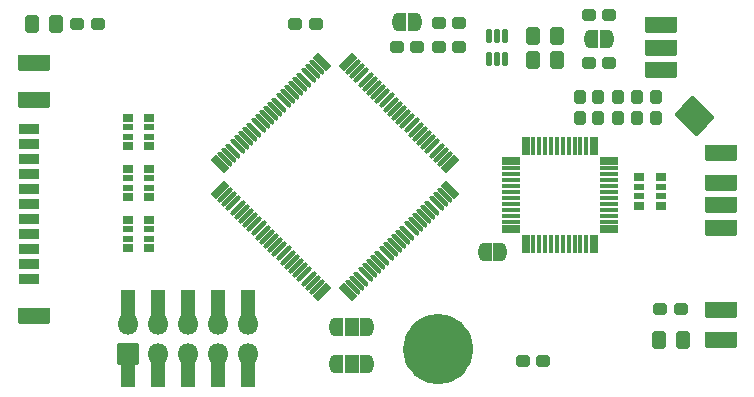
<source format=gbr>
G04 #@! TF.GenerationSoftware,KiCad,Pcbnew,(6.0.4)*
G04 #@! TF.CreationDate,2022-07-13T22:26:53+02:00*
G04 #@! TF.ProjectId,n64rgbv2.1,6e363472-6762-4763-922e-312e6b696361,rev?*
G04 #@! TF.SameCoordinates,Original*
G04 #@! TF.FileFunction,Soldermask,Top*
G04 #@! TF.FilePolarity,Negative*
%FSLAX46Y46*%
G04 Gerber Fmt 4.6, Leading zero omitted, Abs format (unit mm)*
G04 Created by KiCad (PCBNEW (6.0.4)) date 2022-07-13 22:26:53*
%MOMM*%
%LPD*%
G01*
G04 APERTURE LIST*
G04 Aperture macros list*
%AMRoundRect*
0 Rectangle with rounded corners*
0 $1 Rounding radius*
0 $2 $3 $4 $5 $6 $7 $8 $9 X,Y pos of 4 corners*
0 Add a 4 corners polygon primitive as box body*
4,1,4,$2,$3,$4,$5,$6,$7,$8,$9,$2,$3,0*
0 Add four circle primitives for the rounded corners*
1,1,$1+$1,$2,$3*
1,1,$1+$1,$4,$5*
1,1,$1+$1,$6,$7*
1,1,$1+$1,$8,$9*
0 Add four rect primitives between the rounded corners*
20,1,$1+$1,$2,$3,$4,$5,0*
20,1,$1+$1,$4,$5,$6,$7,0*
20,1,$1+$1,$6,$7,$8,$9,0*
20,1,$1+$1,$8,$9,$2,$3,0*%
%AMFreePoly0*
4,1,37,0.586062,0.786062,0.601000,0.750000,0.601000,-0.750000,0.586062,-0.786062,0.550000,-0.801000,0.000000,-0.801000,-0.012525,-0.795812,-0.080875,-0.794559,-0.095149,-0.792248,-0.230464,-0.749973,-0.243516,-0.743747,-0.361526,-0.665192,-0.372306,-0.655554,-0.463526,-0.547035,-0.471167,-0.534759,-0.528262,-0.405000,-0.532150,-0.391073,-0.549733,-0.256613,-0.548336,-0.256430,-0.551000,-0.250000,
-0.551000,0.250000,-0.550512,0.251179,-0.550356,0.263956,-0.528545,0.404033,-0.524317,0.417860,-0.464069,0.546185,-0.456130,0.558271,-0.362286,0.664529,-0.351274,0.673901,-0.231379,0.749549,-0.218180,0.755454,-0.081873,0.794411,-0.067546,0.796373,-0.011990,0.796033,0.000000,0.801000,0.550000,0.801000,0.586062,0.786062,0.586062,0.786062,$1*%
%AMFreePoly1*
4,1,37,0.012349,0.795885,0.074216,0.795507,0.088518,0.793370,0.224339,0.752751,0.237465,0.746685,0.356427,0.669578,0.367324,0.660073,0.459862,0.552676,0.467652,0.540494,0.526329,0.411442,0.530388,0.397563,0.550485,0.257230,0.551000,0.250000,0.551000,-0.250000,0.550996,-0.250622,0.550847,-0.262838,0.550144,-0.270677,0.526624,-0.410478,0.522228,-0.424254,0.460416,-0.551833,
0.452330,-0.563821,0.357195,-0.668925,0.346069,-0.678161,0.225259,-0.752338,0.211989,-0.758081,0.075216,-0.795370,0.060866,-0.797157,0.011464,-0.796251,0.000000,-0.801000,-0.550000,-0.801000,-0.586062,-0.786062,-0.601000,-0.750000,-0.601000,0.750000,-0.586062,0.786062,-0.550000,0.801000,0.000000,0.801000,0.012349,0.795885,0.012349,0.795885,$1*%
%AMFreePoly2*
4,1,37,0.536062,0.786062,0.551000,0.750000,0.551000,-0.750000,0.536062,-0.786062,0.500000,-0.801000,0.000000,-0.801000,-0.012525,-0.795812,-0.080875,-0.794559,-0.095149,-0.792248,-0.230464,-0.749973,-0.243516,-0.743747,-0.361526,-0.665192,-0.372306,-0.655554,-0.463526,-0.547035,-0.471167,-0.534759,-0.528262,-0.405000,-0.532150,-0.391073,-0.549733,-0.256613,-0.548336,-0.256430,-0.551000,-0.250000,
-0.551000,0.250000,-0.550512,0.251179,-0.550356,0.263956,-0.528545,0.404033,-0.524317,0.417860,-0.464069,0.546185,-0.456130,0.558271,-0.362286,0.664529,-0.351274,0.673901,-0.231379,0.749549,-0.218180,0.755454,-0.081873,0.794411,-0.067546,0.796373,-0.011990,0.796033,0.000000,0.801000,0.500000,0.801000,0.536062,0.786062,0.536062,0.786062,$1*%
%AMFreePoly3*
4,1,37,0.012349,0.795885,0.074216,0.795507,0.088518,0.793370,0.224339,0.752751,0.237465,0.746685,0.356427,0.669578,0.367324,0.660073,0.459862,0.552676,0.467652,0.540494,0.526329,0.411442,0.530388,0.397563,0.550485,0.257230,0.551000,0.250000,0.551000,-0.250000,0.550996,-0.250622,0.550847,-0.262838,0.550144,-0.270677,0.526624,-0.410478,0.522228,-0.424254,0.460416,-0.551833,
0.452330,-0.563821,0.357195,-0.668925,0.346069,-0.678161,0.225259,-0.752338,0.211989,-0.758081,0.075216,-0.795370,0.060866,-0.797157,0.011464,-0.796251,0.000000,-0.801000,-0.500000,-0.801000,-0.536062,-0.786062,-0.551000,-0.750000,-0.551000,0.750000,-0.536062,0.786062,-0.500000,0.801000,0.000000,0.801000,0.012349,0.795885,0.012349,0.795885,$1*%
G04 Aperture macros list end*
%ADD10C,3.000000*%
%ADD11RoundRect,0.301000X0.325000X0.450000X-0.325000X0.450000X-0.325000X-0.450000X0.325000X-0.450000X0*%
%ADD12RoundRect,0.288500X-0.237500X0.287500X-0.237500X-0.287500X0.237500X-0.287500X0.237500X0.287500X0*%
%ADD13RoundRect,0.288500X0.287500X0.237500X-0.287500X0.237500X-0.287500X-0.237500X0.287500X-0.237500X0*%
%ADD14RoundRect,0.288500X-0.287500X-0.237500X0.287500X-0.237500X0.287500X0.237500X-0.287500X0.237500X0*%
%ADD15RoundRect,0.051000X-0.400000X-0.250000X0.400000X-0.250000X0.400000X0.250000X-0.400000X0.250000X0*%
%ADD16RoundRect,0.051000X-0.400000X-0.200000X0.400000X-0.200000X0.400000X0.200000X-0.400000X0.200000X0*%
%ADD17FreePoly0,180.000000*%
%ADD18RoundRect,0.051000X0.500000X0.750000X-0.500000X0.750000X-0.500000X-0.750000X0.500000X-0.750000X0*%
%ADD19FreePoly1,180.000000*%
%ADD20FreePoly2,0.000000*%
%ADD21FreePoly3,0.000000*%
%ADD22RoundRect,0.051000X1.270000X-0.635000X1.270000X0.635000X-1.270000X0.635000X-1.270000X-0.635000X0*%
%ADD23RoundRect,0.051000X-0.800000X0.400000X-0.800000X-0.400000X0.800000X-0.400000X0.800000X0.400000X0*%
%ADD24RoundRect,0.051000X0.449013X-1.347038X1.347038X-0.449013X-0.449013X1.347038X-1.347038X0.449013X0*%
%ADD25RoundRect,0.288500X0.237500X-0.287500X0.237500X0.287500X-0.237500X0.287500X-0.237500X-0.287500X0*%
%ADD26RoundRect,0.110000X-0.648770X0.309359X0.309359X-0.648770X0.648770X-0.309359X-0.309359X0.648770X0*%
%ADD27RoundRect,0.080000X-0.585131X0.415425X0.415425X-0.585131X0.585131X-0.415425X-0.415425X0.585131X0*%
%ADD28RoundRect,0.080000X0.585131X-0.415425X-0.415425X0.585131X-0.585131X0.415425X0.415425X-0.585131X0*%
%ADD29RoundRect,0.110000X-0.309359X-0.648770X0.648770X0.309359X0.309359X0.648770X-0.648770X-0.309359X0*%
%ADD30RoundRect,0.080000X0.415425X0.585131X-0.585131X-0.415425X-0.415425X-0.585131X0.585131X0.415425X0*%
%ADD31RoundRect,0.080000X-0.415425X-0.585131X0.585131X0.415425X0.415425X0.585131X-0.585131X-0.415425X0*%
%ADD32RoundRect,0.110000X0.309359X0.648770X-0.648770X-0.309359X-0.309359X-0.648770X0.648770X0.309359X0*%
%ADD33RoundRect,0.301000X-0.325000X-0.450000X0.325000X-0.450000X0.325000X0.450000X-0.325000X0.450000X0*%
%ADD34RoundRect,0.051000X0.200000X-0.525000X0.200000X0.525000X-0.200000X0.525000X-0.200000X-0.525000X0*%
%ADD35RoundRect,0.051000X0.850000X-0.850000X0.850000X0.850000X-0.850000X0.850000X-0.850000X-0.850000X0*%
%ADD36O,1.802000X1.802000*%
%ADD37RoundRect,0.110000X-0.677500X-0.240000X0.677500X-0.240000X0.677500X0.240000X-0.677500X0.240000X0*%
%ADD38RoundRect,0.080000X-0.707500X-0.120000X0.707500X-0.120000X0.707500X0.120000X-0.707500X0.120000X0*%
%ADD39RoundRect,0.110000X0.240000X-0.677500X0.240000X0.677500X-0.240000X0.677500X-0.240000X-0.677500X0*%
%ADD40RoundRect,0.080000X0.120000X-0.707500X0.120000X0.707500X-0.120000X0.707500X-0.120000X-0.707500X0*%
%ADD41RoundRect,0.110000X-0.240000X0.677500X-0.240000X-0.677500X0.240000X-0.677500X0.240000X0.677500X0*%
%ADD42RoundRect,0.051000X0.500000X-1.575000X0.500000X1.575000X-0.500000X1.575000X-0.500000X-1.575000X0*%
G04 APERTURE END LIST*
D10*
X150943440Y-117475000D02*
G75*
G03*
X150943440Y-117475000I-1500000J0D01*
G01*
D11*
X170176060Y-116733320D03*
X168126060Y-116733320D03*
D12*
X164655500Y-96153000D03*
X164655500Y-97903000D03*
X166243000Y-96153000D03*
X166243000Y-97903000D03*
D13*
X120636000Y-89916000D03*
X118886000Y-89916000D03*
D14*
X168263600Y-114086640D03*
X170013600Y-114086640D03*
D15*
X123168000Y-102208480D03*
D16*
X123168000Y-103008480D03*
X123168000Y-103808480D03*
D15*
X123168000Y-104608480D03*
X124968000Y-104608480D03*
D16*
X124968000Y-103808480D03*
X124968000Y-103008480D03*
D15*
X124968000Y-102208480D03*
X123168000Y-97890480D03*
D16*
X123168000Y-98690480D03*
X123168000Y-99490480D03*
D15*
X123168000Y-100290480D03*
X124968000Y-100290480D03*
D16*
X124968000Y-99490480D03*
X124968000Y-98690480D03*
D15*
X124968000Y-97890480D03*
D17*
X143413000Y-115570000D03*
D18*
X142113000Y-115570000D03*
D19*
X140813000Y-115570000D03*
D20*
X153375600Y-109255560D03*
D21*
X154675600Y-109255560D03*
D20*
X146162000Y-89819480D03*
D21*
X147462000Y-89819480D03*
D22*
X115189000Y-93248480D03*
X173355000Y-116743480D03*
X173355000Y-107218480D03*
X168275000Y-90073480D03*
X173355000Y-100868480D03*
D23*
X114808000Y-100106480D03*
X114808000Y-111536480D03*
X114808000Y-110266480D03*
X114808000Y-108996480D03*
X114808000Y-107726480D03*
X114808000Y-106456480D03*
X114808000Y-105186480D03*
X114808000Y-103916480D03*
X114808000Y-102646480D03*
D22*
X168275000Y-91978480D03*
X168275000Y-93883480D03*
X173355000Y-105313480D03*
X115189000Y-114711480D03*
X115189000Y-96423480D03*
D24*
X170815000Y-98074480D03*
X171450000Y-97439480D03*
D22*
X173355000Y-103408480D03*
D23*
X114808000Y-98836480D03*
X114808000Y-101376480D03*
D14*
X145937000Y-91864180D03*
X147687000Y-91864180D03*
X149493000Y-91864180D03*
X151243000Y-91864180D03*
D25*
X167894000Y-97903000D03*
X167894000Y-96153000D03*
D15*
X166486000Y-102940000D03*
D16*
X166486000Y-103740000D03*
X166486000Y-104540000D03*
D15*
X166486000Y-105340000D03*
X168286000Y-105340000D03*
D16*
X168286000Y-104540000D03*
X168286000Y-103740000D03*
D15*
X168286000Y-102940000D03*
D22*
X173355000Y-114203480D03*
D15*
X123168000Y-106526480D03*
D16*
X123168000Y-107326480D03*
X123168000Y-108126480D03*
D15*
X123168000Y-108926480D03*
X124968000Y-108926480D03*
D16*
X124968000Y-108126480D03*
X124968000Y-107326480D03*
D15*
X124968000Y-106526480D03*
D26*
X139646501Y-93133568D03*
D27*
X139186882Y-93593187D03*
X138833328Y-93946740D03*
X138479775Y-94300294D03*
D28*
X138126221Y-94653847D03*
D27*
X137772668Y-95007401D03*
X137419115Y-95360954D03*
X137065561Y-95714507D03*
X136712008Y-96068061D03*
X136358454Y-96421614D03*
X136004901Y-96775168D03*
X135651348Y-97128721D03*
X135297794Y-97482274D03*
X134944241Y-97835828D03*
X134590688Y-98189381D03*
X134237134Y-98542934D03*
X133883581Y-98896488D03*
X133530027Y-99250041D03*
X133176474Y-99603595D03*
X132822921Y-99957148D03*
X132469367Y-100310701D03*
X132115814Y-100664255D03*
X131762260Y-101017808D03*
X131408707Y-101371362D03*
D26*
X130949088Y-101830981D03*
D29*
X130949088Y-103969979D03*
D30*
X131408707Y-104429598D03*
D31*
X131762260Y-104783152D03*
X132115814Y-105136705D03*
X132469367Y-105490259D03*
X132822921Y-105843812D03*
X133176474Y-106197365D03*
X133530027Y-106550919D03*
X133883581Y-106904472D03*
X134237134Y-107258026D03*
X134590688Y-107611579D03*
X134944241Y-107965132D03*
X135297794Y-108318686D03*
X135651348Y-108672239D03*
X136004901Y-109025792D03*
X136358454Y-109379346D03*
X136712008Y-109732899D03*
X137065561Y-110086453D03*
X137419115Y-110440006D03*
X137772668Y-110793559D03*
X138126221Y-111147113D03*
X138479775Y-111500666D03*
X138833328Y-111854220D03*
X139186882Y-112207773D03*
D32*
X139646501Y-112667392D03*
D26*
X141785499Y-112667392D03*
D27*
X142245118Y-112207773D03*
X142598672Y-111854220D03*
X142952225Y-111500666D03*
X143305779Y-111147113D03*
X143659332Y-110793559D03*
X144012885Y-110440006D03*
X144366439Y-110086453D03*
X144719992Y-109732899D03*
X145073546Y-109379346D03*
X145427099Y-109025792D03*
X145780652Y-108672239D03*
X146134206Y-108318686D03*
X146487759Y-107965132D03*
X146841312Y-107611579D03*
X147194866Y-107258026D03*
X147548419Y-106904472D03*
X147901973Y-106550919D03*
X148255526Y-106197365D03*
X148609079Y-105843812D03*
X148962633Y-105490259D03*
X149316186Y-105136705D03*
X149669740Y-104783152D03*
X150023293Y-104429598D03*
D26*
X150482912Y-103969979D03*
D29*
X150482912Y-101830981D03*
D31*
X150023293Y-101371362D03*
X149669740Y-101017808D03*
X149316186Y-100664255D03*
D30*
X148962633Y-100310701D03*
D31*
X148609079Y-99957148D03*
X148255526Y-99603595D03*
X147901973Y-99250041D03*
X147548419Y-98896488D03*
X147194866Y-98542934D03*
X146841312Y-98189381D03*
X146487759Y-97835828D03*
X146134206Y-97482274D03*
X145780652Y-97128721D03*
X145427099Y-96775168D03*
X145073546Y-96421614D03*
X144719992Y-96068061D03*
X144366439Y-95714507D03*
X144012885Y-95360954D03*
X143659332Y-95007401D03*
X143305779Y-94653847D03*
X142952225Y-94300294D03*
X142598672Y-93946740D03*
X142245118Y-93593187D03*
D29*
X141785499Y-93133568D03*
D13*
X163943000Y-93223080D03*
X162193000Y-93223080D03*
X139101800Y-89966800D03*
X137351800Y-89966800D03*
D33*
X157471000Y-92994480D03*
X159521000Y-92994480D03*
X157471000Y-90962480D03*
X159521000Y-90962480D03*
D13*
X163943000Y-89197180D03*
X162193000Y-89197180D03*
D17*
X143413000Y-118745000D03*
D18*
X142113000Y-118745000D03*
D19*
X140813000Y-118745000D03*
D34*
X153782000Y-92898000D03*
X154432000Y-92898000D03*
X155082000Y-92898000D03*
X155082000Y-90998000D03*
X154432000Y-90998000D03*
X153782000Y-90998000D03*
D20*
X162418000Y-91203780D03*
D21*
X163718000Y-91203780D03*
D35*
X123190000Y-117854000D03*
D36*
X123190000Y-115314000D03*
X125730000Y-117854000D03*
X125730000Y-115314000D03*
X128270000Y-117854000D03*
X128270000Y-115314000D03*
X130810000Y-117854000D03*
X130810000Y-115314000D03*
X133350000Y-117854000D03*
X133350000Y-115314000D03*
D11*
X117103000Y-89916000D03*
X115053000Y-89916000D03*
D13*
X158355000Y-118516400D03*
X156605000Y-118516400D03*
D14*
X149493000Y-89857580D03*
X151243000Y-89857580D03*
D37*
X155578100Y-101529560D03*
D38*
X155578100Y-102179560D03*
X155578100Y-102679560D03*
X155578100Y-103179560D03*
X155578100Y-103679560D03*
X155578100Y-104179560D03*
X155578100Y-104679560D03*
X155578100Y-105179560D03*
X155578100Y-105679560D03*
X155578100Y-106179560D03*
X155578100Y-106679560D03*
D37*
X155578100Y-107329560D03*
D39*
X156840600Y-108592060D03*
D40*
X157490600Y-108592060D03*
X157990600Y-108592060D03*
X158490600Y-108592060D03*
X158990600Y-108592060D03*
X159490600Y-108592060D03*
X159990600Y-108592060D03*
X160490600Y-108592060D03*
X160990600Y-108592060D03*
X161490600Y-108592060D03*
X161990600Y-108592060D03*
D41*
X162640600Y-108592060D03*
D37*
X163903100Y-107329560D03*
D38*
X163903100Y-106679560D03*
X163903100Y-106179560D03*
X163903100Y-105679560D03*
X163903100Y-105179560D03*
X163903100Y-104679560D03*
X163903100Y-104179560D03*
X163903100Y-103679560D03*
X163903100Y-103179560D03*
X163903100Y-102679560D03*
X163903100Y-102179560D03*
D37*
X163903100Y-101529560D03*
D39*
X162640600Y-100267060D03*
D40*
X161990600Y-100267060D03*
X161490600Y-100267060D03*
X160990600Y-100267060D03*
X160490600Y-100267060D03*
X159990600Y-100267060D03*
X159490600Y-100267060D03*
X158990600Y-100267060D03*
X158490600Y-100267060D03*
X157990600Y-100267060D03*
X157490600Y-100267060D03*
D39*
X156840600Y-100267060D03*
D25*
X163004500Y-97903000D03*
X163004500Y-96153000D03*
D12*
X161417000Y-96153000D03*
X161417000Y-97903000D03*
D42*
X123185000Y-119104000D03*
X123185000Y-114054000D03*
X125725000Y-119104000D03*
X125725000Y-114054000D03*
X128265000Y-119104000D03*
X128265000Y-114054000D03*
X130805000Y-119104000D03*
X130805000Y-114054000D03*
X133345000Y-119104000D03*
X133345000Y-114054000D03*
M02*

</source>
